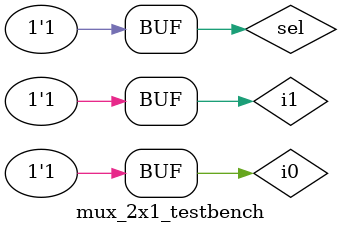
<source format=sv>
module mux_2x1(out, i0, i1, sel);
	output logic out;
	input logic i0, i1, sel;
	
	assign out = (i1 & sel) | (i0 & ~sel);
endmodule

module mux_2x1_testbench();
	logic i0, i1, sel;
	logic out;
	
	mux_2x1 dut (.out, .i0, .i1, .sel);
	
	initial begin
		sel=0; i0=0; i1=0; #10;
		sel=0; i0=0; i1=1; #10;
		sel=0; i0=1; i1=0; #10;
		sel=0; i0=1; i1=1; #10;
		sel=1; i0=0; i1=0; #10;
		sel=1; i0=0; i1=1; #10;
		sel=1; i0=1; i1=0; #10;
		sel=1; i0=1; i1=1; #10;
	end
endmodule


</source>
